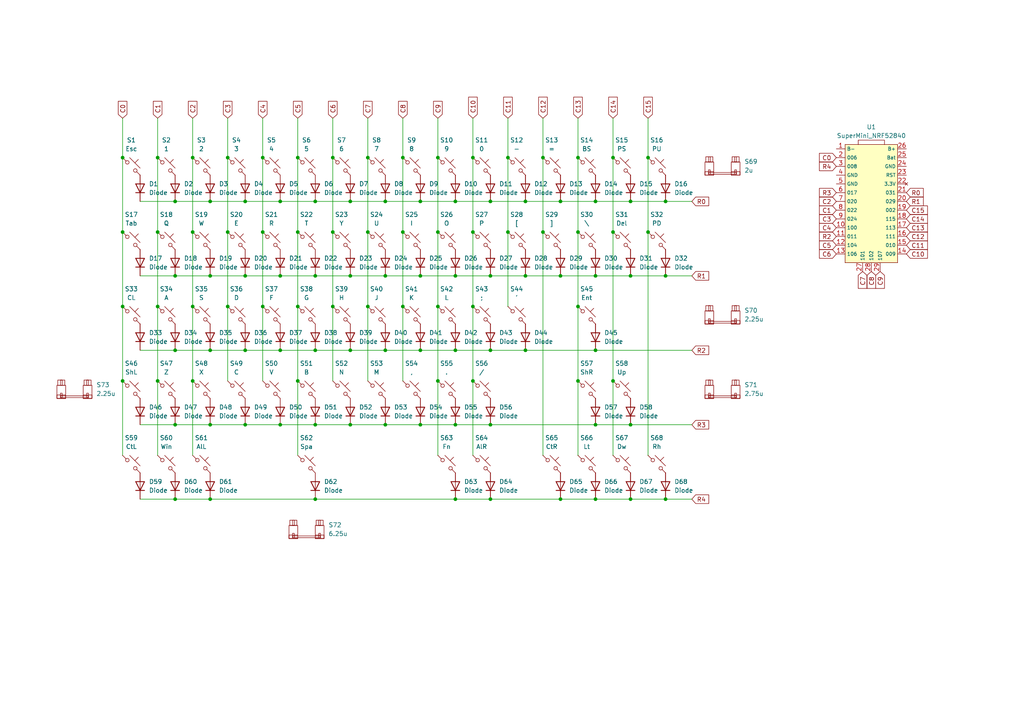
<source format=kicad_sch>
(kicad_sch (version 20230121) (generator eeschema)
  (paper "A4")
  (title_block (title "68PCB Keyboard") (date "Gen 2024") (rev "01") (company "By alan0ford"))
  (junction (at 193.04 58.42))
  (junction (at 152.4 80.01))
  (junction (at 193.04 80.01))
  (junction (at 162.56 144.78))
  (junction (at 45.72 110.49))
  (junction (at 172.72 144.78))
  (junction (at 60.96 80.01))
  (junction (at 182.88 58.42))
  (junction (at 71.12 80.01))
  (junction (at 137.16 67.31))
  (junction (at 137.16 110.49))
  (junction (at 96.52 45.72))
  (junction (at 50.8 101.6))
  (junction (at 116.84 88.9))
  (junction (at 60.96 101.6))
  (junction (at 45.72 88.9))
  (junction (at 101.6 58.42))
  (junction (at 106.68 45.72))
  (junction (at 167.64 110.49))
  (junction (at 91.44 58.42))
  (junction (at 91.44 80.01))
  (junction (at 35.56 88.9))
  (junction (at 142.24 144.78))
  (junction (at 132.08 80.01))
  (junction (at 71.12 101.6))
  (junction (at 121.92 58.42))
  (junction (at 96.52 88.9))
  (junction (at 86.36 88.9))
  (junction (at 142.24 58.42))
  (junction (at 86.36 110.49))
  (junction (at 71.12 123.19))
  (junction (at 50.8 144.78))
  (junction (at 132.08 123.19))
  (junction (at 50.8 58.42))
  (junction (at 81.28 123.19))
  (junction (at 172.72 101.6))
  (junction (at 76.2 45.72))
  (junction (at 142.24 123.19))
  (junction (at 101.6 101.6))
  (junction (at 35.56 67.31))
  (junction (at 111.76 101.6))
  (junction (at 55.88 67.31))
  (junction (at 147.32 67.31))
  (junction (at 172.72 80.01))
  (junction (at 81.28 80.01))
  (junction (at 162.56 80.01))
  (junction (at 177.8 110.49))
  (junction (at 106.68 88.9))
  (junction (at 127 45.72))
  (junction (at 167.64 45.72))
  (junction (at 45.72 67.31))
  (junction (at 152.4 58.42))
  (junction (at 172.72 58.42))
  (junction (at 162.56 58.42))
  (junction (at 66.04 88.9))
  (junction (at 111.76 58.42))
  (junction (at 132.08 58.42))
  (junction (at 55.88 110.49))
  (junction (at 60.96 123.19))
  (junction (at 167.64 88.9))
  (junction (at 106.68 67.31))
  (junction (at 137.16 45.72))
  (junction (at 66.04 45.72))
  (junction (at 127 67.31))
  (junction (at 137.16 88.9))
  (junction (at 76.2 67.31))
  (junction (at 86.36 45.72))
  (junction (at 111.76 123.19))
  (junction (at 132.08 101.6))
  (junction (at 50.8 80.01))
  (junction (at 55.88 45.72))
  (junction (at 167.64 67.31))
  (junction (at 116.84 45.72))
  (junction (at 157.48 45.72))
  (junction (at 142.24 101.6))
  (junction (at 121.92 101.6))
  (junction (at 35.56 45.72))
  (junction (at 187.96 45.72))
  (junction (at 111.76 80.01))
  (junction (at 66.04 67.31))
  (junction (at 91.44 144.78))
  (junction (at 182.88 80.01))
  (junction (at 182.88 123.19))
  (junction (at 81.28 101.6))
  (junction (at 132.08 144.78))
  (junction (at 182.88 144.78))
  (junction (at 86.36 67.31))
  (junction (at 81.28 58.42))
  (junction (at 101.6 80.01))
  (junction (at 177.8 67.31))
  (junction (at 177.8 45.72))
  (junction (at 91.44 101.6))
  (junction (at 76.2 88.9))
  (junction (at 101.6 123.19))
  (junction (at 157.48 67.31))
  (junction (at 116.84 67.31))
  (junction (at 127 88.9))
  (junction (at 172.72 123.19))
  (junction (at 187.96 67.31))
  (junction (at 147.32 45.72))
  (junction (at 121.92 123.19))
  (junction (at 91.44 123.19))
  (junction (at 127 110.49))
  (junction (at 152.4 101.6))
  (junction (at 35.56 110.49))
  (junction (at 121.92 80.01))
  (junction (at 60.96 144.78))
  (junction (at 55.88 88.9))
  (junction (at 193.04 144.78))
  (junction (at 50.8 123.19))
  (junction (at 142.24 80.01))
  (junction (at 71.12 58.42))
  (junction (at 45.72 45.72))
  (junction (at 96.52 67.31))
  (junction (at 60.96 58.42))
  (wire (pts (xy 50.8 58.42) (xy 60.96 58.42)))
  (wire (pts (xy 157.48 67.31) (xy 157.48 132.08)))
  (wire (pts (xy 45.72 88.9) (xy 45.72 110.49)))
  (wire (pts (xy 121.92 101.6) (xy 132.08 101.6)))
  (wire (pts (xy 91.44 123.19) (xy 101.6 123.19)))
  (wire (pts (xy 35.56 34.29) (xy 35.56 45.72)))
  (wire (pts (xy 193.04 80.01) (xy 200.66 80.01)))
  (wire (pts (xy 50.8 144.78) (xy 60.96 144.78)))
  (wire (pts (xy 96.52 45.72) (xy 96.52 67.31)))
  (wire (pts (xy 147.32 45.72) (xy 147.32 67.31)))
  (wire (pts (xy 76.2 88.9) (xy 76.2 110.49)))
  (wire (pts (xy 111.76 80.01) (xy 121.92 80.01)))
  (wire (pts (xy 127 67.31) (xy 127 88.9)))
  (wire (pts (xy 116.84 34.29) (xy 116.84 45.72)))
  (wire (pts (xy 121.92 80.01) (xy 132.08 80.01)))
  (wire (pts (xy 40.64 144.78) (xy 50.8 144.78)))
  (wire (pts (xy 81.28 101.6) (xy 91.44 101.6)))
  (wire (pts (xy 96.52 88.9) (xy 96.52 110.49)))
  (wire (pts (xy 142.24 144.78) (xy 162.56 144.78)))
  (wire (pts (xy 40.64 101.6) (xy 50.8 101.6)))
  (wire (pts (xy 55.88 88.9) (xy 55.88 67.31)))
  (wire (pts (xy 127 34.29) (xy 127 45.72)))
  (wire (pts (xy 106.68 67.31) (xy 106.68 88.9)))
  (wire (pts (xy 40.64 80.01) (xy 50.8 80.01)))
  (wire (pts (xy 40.64 123.19) (xy 50.8 123.19)))
  (wire (pts (xy 60.96 101.6) (xy 71.12 101.6)))
  (wire (pts (xy 96.52 34.29) (xy 96.52 45.72)))
  (wire (pts (xy 81.28 80.01) (xy 91.44 80.01)))
  (wire (pts (xy 182.88 80.01) (xy 193.04 80.01)))
  (wire (pts (xy 147.32 34.29) (xy 147.32 45.72)))
  (wire (pts (xy 66.04 67.31) (xy 66.04 88.9)))
  (wire (pts (xy 187.96 34.29) (xy 187.96 45.72)))
  (wire (pts (xy 66.04 34.29) (xy 66.04 45.72)))
  (wire (pts (xy 177.8 45.72) (xy 177.8 34.29)))
  (wire (pts (xy 86.36 34.29) (xy 86.36 45.72)))
  (wire (pts (xy 86.36 88.9) (xy 86.36 110.49)))
  (wire (pts (xy 177.8 67.31) (xy 177.8 45.72)))
  (wire (pts (xy 55.88 110.49) (xy 55.88 88.9)))
  (wire (pts (xy 116.84 67.31) (xy 116.84 88.9)))
  (wire (pts (xy 101.6 123.19) (xy 111.76 123.19)))
  (wire (pts (xy 132.08 58.42) (xy 142.24 58.42)))
  (wire (pts (xy 137.16 67.31) (xy 137.16 88.9)))
  (wire (pts (xy 137.16 88.9) (xy 137.16 110.49)))
  (wire (pts (xy 167.64 45.72) (xy 167.64 67.31)))
  (wire (pts (xy 152.4 80.01) (xy 162.56 80.01)))
  (wire (pts (xy 55.88 132.08) (xy 55.88 110.49)))
  (wire (pts (xy 157.48 34.29) (xy 157.48 45.72)))
  (wire (pts (xy 177.8 132.08) (xy 177.8 110.49)))
  (wire (pts (xy 35.56 67.31) (xy 35.56 88.9)))
  (wire (pts (xy 167.64 110.49) (xy 167.64 132.08)))
  (wire (pts (xy 76.2 34.29) (xy 76.2 45.72)))
  (wire (pts (xy 111.76 123.19) (xy 121.92 123.19)))
  (wire (pts (xy 91.44 144.78) (xy 132.08 144.78)))
  (wire (pts (xy 142.24 123.19) (xy 172.72 123.19)))
  (wire (pts (xy 106.68 88.9) (xy 106.68 110.49)))
  (wire (pts (xy 172.72 101.6) (xy 200.66 101.6)))
  (wire (pts (xy 50.8 123.19) (xy 60.96 123.19)))
  (wire (pts (xy 111.76 58.42) (xy 121.92 58.42)))
  (wire (pts (xy 162.56 58.42) (xy 172.72 58.42)))
  (wire (pts (xy 162.56 80.01) (xy 172.72 80.01)))
  (wire (pts (xy 45.72 110.49) (xy 45.72 132.08)))
  (wire (pts (xy 132.08 123.19) (xy 142.24 123.19)))
  (wire (pts (xy 45.72 67.31) (xy 45.72 88.9)))
  (wire (pts (xy 35.56 110.49) (xy 35.56 132.08)))
  (wire (pts (xy 55.88 67.31) (xy 55.88 45.72)))
  (wire (pts (xy 86.36 45.72) (xy 86.36 67.31)))
  (wire (pts (xy 71.12 80.01) (xy 81.28 80.01)))
  (wire (pts (xy 101.6 101.6) (xy 111.76 101.6)))
  (wire (pts (xy 60.96 58.42) (xy 71.12 58.42)))
  (wire (pts (xy 127 110.49) (xy 127 132.08)))
  (wire (pts (xy 193.04 58.42) (xy 200.66 58.42)))
  (wire (pts (xy 81.28 58.42) (xy 91.44 58.42)))
  (wire (pts (xy 35.56 45.72) (xy 35.56 67.31)))
  (wire (pts (xy 81.28 123.19) (xy 91.44 123.19)))
  (wire (pts (xy 182.88 58.42) (xy 193.04 58.42)))
  (wire (pts (xy 91.44 58.42) (xy 101.6 58.42)))
  (wire (pts (xy 116.84 88.9) (xy 116.84 110.49)))
  (wire (pts (xy 177.8 110.49) (xy 177.8 67.31)))
  (wire (pts (xy 182.88 144.78) (xy 193.04 144.78)))
  (wire (pts (xy 55.88 45.72) (xy 55.88 34.29)))
  (wire (pts (xy 172.72 58.42) (xy 182.88 58.42)))
  (wire (pts (xy 127 88.9) (xy 127 110.49)))
  (wire (pts (xy 152.4 58.42) (xy 162.56 58.42)))
  (wire (pts (xy 35.56 88.9) (xy 35.56 110.49)))
  (wire (pts (xy 101.6 58.42) (xy 111.76 58.42)))
  (wire (pts (xy 193.04 144.78) (xy 200.66 144.78)))
  (wire (pts (xy 91.44 101.6) (xy 101.6 101.6)))
  (wire (pts (xy 50.8 80.01) (xy 60.96 80.01)))
  (wire (pts (xy 137.16 110.49) (xy 137.16 132.08)))
  (wire (pts (xy 60.96 144.78) (xy 91.44 144.78)))
  (wire (pts (xy 116.84 45.72) (xy 116.84 67.31)))
  (wire (pts (xy 50.8 101.6) (xy 60.96 101.6)))
  (wire (pts (xy 167.64 67.31) (xy 167.64 88.9)))
  (wire (pts (xy 45.72 45.72) (xy 45.72 67.31)))
  (wire (pts (xy 96.52 67.31) (xy 96.52 88.9)))
  (wire (pts (xy 152.4 101.6) (xy 172.72 101.6)))
  (wire (pts (xy 132.08 80.01) (xy 142.24 80.01)))
  (wire (pts (xy 187.96 45.72) (xy 187.96 67.31)))
  (wire (pts (xy 91.44 80.01) (xy 101.6 80.01)))
  (wire (pts (xy 167.64 34.29) (xy 167.64 45.72)))
  (wire (pts (xy 66.04 45.72) (xy 66.04 67.31)))
  (wire (pts (xy 45.72 34.29) (xy 45.72 45.72)))
  (wire (pts (xy 142.24 58.42) (xy 152.4 58.42)))
  (wire (pts (xy 40.64 58.42) (xy 50.8 58.42)))
  (wire (pts (xy 172.72 80.01) (xy 182.88 80.01)))
  (wire (pts (xy 60.96 123.19) (xy 71.12 123.19)))
  (wire (pts (xy 111.76 101.6) (xy 121.92 101.6)))
  (wire (pts (xy 142.24 101.6) (xy 152.4 101.6)))
  (wire (pts (xy 167.64 88.9) (xy 167.64 110.49)))
  (wire (pts (xy 86.36 110.49) (xy 86.36 132.08)))
  (wire (pts (xy 71.12 101.6) (xy 81.28 101.6)))
  (wire (pts (xy 121.92 58.42) (xy 132.08 58.42)))
  (wire (pts (xy 132.08 101.6) (xy 142.24 101.6)))
  (wire (pts (xy 137.16 34.29) (xy 137.16 45.72)))
  (wire (pts (xy 182.88 123.19) (xy 200.66 123.19)))
  (wire (pts (xy 132.08 144.78) (xy 142.24 144.78)))
  (wire (pts (xy 162.56 144.78) (xy 172.72 144.78)))
  (wire (pts (xy 106.68 45.72) (xy 106.68 67.31)))
  (wire (pts (xy 60.96 80.01) (xy 71.12 80.01)))
  (wire (pts (xy 76.2 45.72) (xy 76.2 67.31)))
  (wire (pts (xy 86.36 67.31) (xy 86.36 88.9)))
  (wire (pts (xy 76.2 67.31) (xy 76.2 88.9)))
  (wire (pts (xy 142.24 80.01) (xy 152.4 80.01)))
  (wire (pts (xy 172.72 144.78) (xy 182.88 144.78)))
  (wire (pts (xy 106.68 34.29) (xy 106.68 45.72)))
  (wire (pts (xy 71.12 123.19) (xy 81.28 123.19)))
  (wire (pts (xy 157.48 45.72) (xy 157.48 67.31)))
  (wire (pts (xy 121.92 123.19) (xy 132.08 123.19)))
  (wire (pts (xy 187.96 67.31) (xy 187.96 132.08)))
  (wire (pts (xy 71.12 58.42) (xy 81.28 58.42)))
  (wire (pts (xy 101.6 80.01) (xy 111.76 80.01)))
  (wire (pts (xy 147.32 67.31) (xy 147.32 88.9)))
  (wire (pts (xy 127 45.72) (xy 127 67.31)))
  (wire (pts (xy 66.04 88.9) (xy 66.04 110.49)))
  (wire (pts (xy 137.16 45.72) (xy 137.16 67.31)))
  (wire (pts (xy 172.72 123.19) (xy 182.88 123.19)))
  (global_label "C9" (shape input) (at 127 34.29 90) (property "Intersheetrefs" "${INTERSHEET_REFS}" (effects hide)))
  (global_label "R2" (shape input) (at 200.66 101.6 0) (property "Intersheetrefs" "${INTERSHEET_REFS}" (effects hide)))
  (global_label "C4" (shape input) (at 242.57 66.04 180) (property "Intersheetrefs" "${INTERSHEET_REFS}" (effects hide)))
  (global_label "C5" (shape input) (at 86.36 34.29 90) (property "Intersheetrefs" "${INTERSHEET_REFS}" (effects hide)))
  (global_label "C11" (shape input) (at 147.32 34.29 90) (property "Intersheetrefs" "${INTERSHEET_REFS}" (effects hide)))
  (global_label "R1" (shape input) (at 200.66 80.01 0) (property "Intersheetrefs" "${INTERSHEET_REFS}" (effects hide)))
  (global_label "C10" (shape input) (at 137.16 34.29 90) (property "Intersheetrefs" "${INTERSHEET_REFS}" (effects hide)))
  (global_label "C9" (shape input) (at 255.27 78.74 270) (property "Intersheetrefs" "${INTERSHEET_REFS}" (effects hide)))
  (global_label "R0" (shape input) (at 262.89 55.88 0) (property "Intersheetrefs" "${INTERSHEET_REFS}" (effects hide)))
  (global_label "C8" (shape input) (at 116.84 34.29 90) (property "Intersheetrefs" "${INTERSHEET_REFS}" (effects hide)))
  (global_label "C0" (shape input) (at 242.57 45.72 180) (property "Intersheetrefs" "${INTERSHEET_REFS}" (effects hide)))
  (global_label "R4" (shape input) (at 200.66 144.78 0) (property "Intersheetrefs" "${INTERSHEET_REFS}" (effects hide)))
  (global_label "C2" (shape input) (at 242.57 58.42 180) (property "Intersheetrefs" "${INTERSHEET_REFS}" (effects hide)))
  (global_label "R2" (shape input) (at 242.57 68.58 180) (property "Intersheetrefs" "${INTERSHEET_REFS}" (effects hide)))
  (global_label "C6" (shape input) (at 242.57 73.66 180) (property "Intersheetrefs" "${INTERSHEET_REFS}" (effects hide)))
  (global_label "R4" (shape input) (at 242.57 48.26 180) (property "Intersheetrefs" "${INTERSHEET_REFS}" (effects hide)))
  (global_label "C1" (shape input) (at 45.72 34.29 90) (property "Intersheetrefs" "${INTERSHEET_REFS}" (effects hide)))
  (global_label "C0" (shape input) (at 35.56 34.29 90) (property "Intersheetrefs" "${INTERSHEET_REFS}" (effects hide)))
  (global_label "C4" (shape input) (at 76.2 34.29 90) (property "Intersheetrefs" "${INTERSHEET_REFS}" (effects hide)))
  (global_label "C5" (shape input) (at 242.57 71.12 180) (property "Intersheetrefs" "${INTERSHEET_REFS}" (effects hide)))
  (global_label "C6" (shape input) (at 96.52 34.29 90) (property "Intersheetrefs" "${INTERSHEET_REFS}" (effects hide)))
  (global_label "C3" (shape input) (at 242.57 63.5 180) (property "Intersheetrefs" "${INTERSHEET_REFS}" (effects hide)))
  (global_label "R0" (shape input) (at 200.66 58.42 0) (property "Intersheetrefs" "${INTERSHEET_REFS}" (effects hide)))
  (global_label "C2" (shape input) (at 55.88 34.29 90) (property "Intersheetrefs" "${INTERSHEET_REFS}" (effects hide)))
  (global_label "C15" (shape input) (at 262.89 60.96 0) (property "Intersheetrefs" "${INTERSHEET_REFS}" (effects hide)))
  (global_label "R3" (shape input) (at 200.66 123.19 0) (property "Intersheetrefs" "${INTERSHEET_REFS}" (effects hide)))
  (global_label "C12" (shape input) (at 157.48 34.29 90) (property "Intersheetrefs" "${INTERSHEET_REFS}" (effects hide)))
  (global_label "C14" (shape input) (at 262.89 63.5 0) (property "Intersheetrefs" "${INTERSHEET_REFS}" (effects hide)))
  (global_label "R3" (shape input) (at 242.57 55.88 180) (property "Intersheetrefs" "${INTERSHEET_REFS}" (effects hide)))
  (global_label "C8" (shape input) (at 252.73 78.74 270) (property "Intersheetrefs" "${INTERSHEET_REFS}" (effects hide)))
  (global_label "R1" (shape input) (at 262.89 58.42 0) (property "Intersheetrefs" "${INTERSHEET_REFS}" (effects hide)))
  (global_label "C7" (shape input) (at 106.68 34.29 90) (property "Intersheetrefs" "${INTERSHEET_REFS}" (effects hide)))
  (global_label "C13" (shape input) (at 262.89 66.04 0) (property "Intersheetrefs" "${INTERSHEET_REFS}" (effects hide)))
  (global_label "C11" (shape input) (at 262.89 71.12 0) (property "Intersheetrefs" "${INTERSHEET_REFS}" (effects hide)))
  (global_label "C10" (shape input) (at 262.89 73.66 0) (property "Intersheetrefs" "${INTERSHEET_REFS}" (effects hide)))
  (global_label "C12" (shape input) (at 262.89 68.58 0) (property "Intersheetrefs" "${INTERSHEET_REFS}" (effects hide)))
  (global_label "C7" (shape input) (at 250.19 78.74 270) (property "Intersheetrefs" "${INTERSHEET_REFS}" (effects hide)))
  (global_label "C14" (shape input) (at 177.8 34.29 90) (property "Intersheetrefs" "${INTERSHEET_REFS}" (effects hide)))
  (global_label "C15" (shape input) (at 187.96 34.29 90) (property "Intersheetrefs" "${INTERSHEET_REFS}" (effects hide)))
  (global_label "C13" (shape input) (at 167.64 34.29 90) (property "Intersheetrefs" "${INTERSHEET_REFS}" (effects hide)))
  (global_label "C3" (shape input) (at 66.04 34.29 90) (property "Intersheetrefs" "${INTERSHEET_REFS}" (effects hide)))
  (global_label "C1" (shape input) (at 242.57 60.96 180) (property "Intersheetrefs" "${INTERSHEET_REFS}" (effects hide)))
  (symbol (lib_id "ScottoKeebs:Placeholder_Keyswitch") (at 88.9 113.03 0) (unit 1)
    (property "Reference" "S51" (at 88.9 105.41 0))
    (property "Value" "B" (at 88.9 107.95 0))
    (property "Footprint" "ScottoKeebs_MX:MX_PCB_1.00u" (effects hide))
  )
  (symbol (lib_id "ScottoKeebs:Placeholder_Diode") (at 60.96 97.79 90) (unit 1)
    (property "Reference" "D35" (at 63.5 96.52 90) (effects (justify right)))
    (property "Value" "Diode" (at 63.5 99.06 90) (effects (justify right)))
    (property "Footprint" "ScottoKeebs_Components:Diode_DO-35" (effects hide))
    (property "Sim.Device" "D" (effects hide))
    (property "Sim.Pins" "1=K 2=A" (effects hide))
  )
  (symbol (lib_id "ScottoKeebs:Placeholder_Diode") (at 111.76 54.61 90) (unit 1)
    (property "Reference" "D8" (at 114.3 53.34 90) (effects (justify right)))
    (property "Value" "Diode" (at 114.3 55.88 90) (effects (justify right)))
    (property "Footprint" "ScottoKeebs_Components:Diode_DO-35" (effects hide))
    (property "Sim.Device" "D" (effects hide))
    (property "Sim.Pins" "1=K 2=A" (effects hide))
  )
  (symbol (lib_id "ScottoKeebs:Placeholder_Keyswitch") (at 48.26 134.62 0) (unit 1)
    (property "Reference" "S60" (at 48.26 127 0))
    (property "Value" "Win" (at 48.26 129.54 0))
    (property "Footprint" "ScottoKeebs_MX:MX_PCB_1.25u" (effects hide))
  )
  (symbol (lib_id "ScottoKeebs:Placeholder_Keyswitch") (at 149.86 48.26 0) (unit 1)
    (property "Reference" "S12" (at 149.86 40.64 0))
    (property "Value" "-" (at 149.86 43.18 0))
    (property "Footprint" "ScottoKeebs_MX:MX_PCB_1.00u" (effects hide))
  )
  (symbol (lib_id "ScottoKeebs:Placeholder_Diode") (at 162.56 76.2 90) (unit 1)
    (property "Reference" "D29" (at 165.1 74.93 90) (effects (justify right)))
    (property "Value" "Diode" (at 165.1 77.47 90) (effects (justify right)))
    (property "Footprint" "ScottoKeebs_Components:Diode_DO-35" (effects hide))
    (property "Sim.Device" "D" (effects hide))
    (property "Sim.Pins" "1=K 2=A" (effects hide))
  )
  (symbol (lib_id "ScottoKeebs:Placeholder_Keyswitch") (at 48.26 69.85 0) (unit 1)
    (property "Reference" "S18" (at 48.26 62.23 0))
    (property "Value" "Q" (at 48.26 64.77 0))
    (property "Footprint" "ScottoKeebs_MX:MX_PCB_1.00u" (effects hide))
  )
  (symbol (lib_id "ScottoKeebs:Placeholder_Diode") (at 71.12 54.61 90) (unit 1)
    (property "Reference" "D4" (at 73.66 53.34 90) (effects (justify right)))
    (property "Value" "Diode" (at 73.66 55.88 90) (effects (justify right)))
    (property "Footprint" "ScottoKeebs_Components:Diode_DO-35" (effects hide))
    (property "Sim.Device" "D" (effects hide))
    (property "Sim.Pins" "1=K 2=A" (effects hide))
  )
  (symbol (lib_id "ScottoKeebs:Placeholder_Keyswitch") (at 99.06 48.26 0) (unit 1)
    (property "Reference" "S7" (at 99.06 40.64 0))
    (property "Value" "6" (at 99.06 43.18 0))
    (property "Footprint" "ScottoKeebs_MX:MX_PCB_1.00u" (effects hide))
  )
  (symbol (lib_id "ScottoKeebs:Placeholder_Diode") (at 60.96 54.61 90) (unit 1)
    (property "Reference" "D3" (at 63.5 53.34 90) (effects (justify right)))
    (property "Value" "Diode" (at 63.5 55.88 90) (effects (justify right)))
    (property "Footprint" "ScottoKeebs_Components:Diode_DO-35" (effects hide))
    (property "Sim.Device" "D" (effects hide))
    (property "Sim.Pins" "1=K 2=A" (effects hide))
  )
  (symbol (lib_id "ScottoKeebs:Placeholder_Keyswitch") (at 99.06 69.85 0) (unit 1)
    (property "Reference" "S23" (at 99.06 62.23 0))
    (property "Value" "Y" (at 99.06 64.77 0))
    (property "Footprint" "ScottoKeebs_MX:MX_PCB_1.00u" (effects hide))
  )
  (symbol (lib_id "ScottoKeebs:Placeholder_Keyswitch") (at 129.54 69.85 0) (unit 1)
    (property "Reference" "S26" (at 129.54 62.23 0))
    (property "Value" "O" (at 129.54 64.77 0))
    (property "Footprint" "ScottoKeebs_MX:MX_PCB_1.00u" (effects hide))
  )
  (symbol (lib_id "ScottoKeebs:Placeholder_Diode") (at 71.12 119.38 90) (unit 1)
    (property "Reference" "D49" (at 73.66 118.11 90) (effects (justify right)))
    (property "Value" "Diode" (at 73.66 120.65 90) (effects (justify right)))
    (property "Footprint" "ScottoKeebs_Components:Diode_DO-35" (effects hide))
    (property "Sim.Device" "D" (effects hide))
    (property "Sim.Pins" "1=K 2=A" (effects hide))
  )
  (symbol (lib_id "ScottoKeebs:Placeholder_Diode") (at 132.08 140.97 90) (unit 1)
    (property "Reference" "D63" (at 134.62 139.7 90) (effects (justify right)))
    (property "Value" "Diode" (at 134.62 142.24 90) (effects (justify right)))
    (property "Footprint" "ScottoKeebs_Components:Diode_DO-35" (effects hide))
    (property "Sim.Device" "D" (effects hide))
    (property "Sim.Pins" "1=K 2=A" (effects hide))
  )
  (symbol (lib_id "ScottoKeebs:Placeholder_Keyswitch") (at 58.42 48.26 0) (unit 1)
    (property "Reference" "S3" (at 58.42 40.64 0))
    (property "Value" "2" (at 58.42 43.18 0))
    (property "Footprint" "ScottoKeebs_MX:MX_PCB_1.00u" (effects hide))
  )
  (symbol (lib_id "ScottoKeebs:Placeholder_Diode") (at 182.88 119.38 90) (unit 1)
    (property "Reference" "D58" (at 185.42 118.11 90) (effects (justify right)))
    (property "Value" "Diode" (at 185.42 120.65 90) (effects (justify right)))
    (property "Footprint" "ScottoKeebs_Components:Diode_DO-35" (effects hide))
    (property "Sim.Device" "D" (effects hide))
    (property "Sim.Pins" "1=K 2=A" (effects hide))
  )
  (symbol (lib_id "ScottoKeebs:Placeholder_Keyswitch") (at 88.9 134.62 0) (unit 1)
    (property "Reference" "S62" (at 88.9 127 0))
    (property "Value" "Spa" (at 88.9 129.54 0))
    (property "Footprint" "ScottoKeebs_MX:MX_PCB_6.25u" (effects hide))
  )
  (symbol (lib_id "ScottoKeebs:Placeholder_Diode") (at 60.96 140.97 90) (unit 1)
    (property "Reference" "D61" (at 63.5 139.7 90) (effects (justify right)))
    (property "Value" "Diode" (at 63.5 142.24 90) (effects (justify right)))
    (property "Footprint" "ScottoKeebs_Components:Diode_DO-35" (effects hide))
    (property "Sim.Device" "D" (effects hide))
    (property "Sim.Pins" "1=K 2=A" (effects hide))
  )
  (symbol (lib_id "ScottoKeebs:Placeholder_Keyswitch") (at 180.34 69.85 0) (unit 1)
    (property "Reference" "S31" (at 180.34 62.23 0))
    (property "Value" "Del" (at 180.34 64.77 0))
    (property "Footprint" "ScottoKeebs_MX:MX_PCB_1.00u" (effects hide))
  )
  (symbol (lib_id "ScottoKeebs:Placeholder_Diode") (at 162.56 54.61 90) (unit 1)
    (property "Reference" "D13" (at 165.1 53.34 90) (effects (justify right)))
    (property "Value" "Diode" (at 165.1 55.88 90) (effects (justify right)))
    (property "Footprint" "ScottoKeebs_Components:Diode_DO-35" (effects hide))
    (property "Sim.Device" "D" (effects hide))
    (property "Sim.Pins" "1=K 2=A" (effects hide))
  )
  (symbol (lib_id "ScottoKeebs:Placeholder_Keyswitch") (at 149.86 69.85 0) (unit 1)
    (property "Reference" "S28" (at 149.86 62.23 0))
    (property "Value" "[" (at 149.86 64.77 0))
    (property "Footprint" "ScottoKeebs_MX:MX_PCB_1.00u" (effects hide))
  )
  (symbol (lib_id "ScottoKeebs:Placeholder_Keyswitch") (at 48.26 91.44 0) (unit 1)
    (property "Reference" "S34" (at 48.26 83.82 0))
    (property "Value" "A" (at 48.26 86.36 0))
    (property "Footprint" "ScottoKeebs_MX:MX_PCB_1.00u" (effects hide))
  )
  (symbol (lib_id "ScottoKeebs:Placeholder_Keyswitch") (at 99.06 91.44 0) (unit 1)
    (property "Reference" "S39" (at 99.06 83.82 0))
    (property "Value" "H" (at 99.06 86.36 0))
    (property "Footprint" "ScottoKeebs_MX:MX_PCB_1.00u" (effects hide))
  )
  (symbol (lib_id "MCU_Nordic:SuperMini_NRF52840") (at 252.73 48.26 0) (unit 1)
    (property "Reference" "U1" (at 252.73 36.83 0))
    (property "Value" "SuperMini_NRF52840" (at 252.73 39.37 0))
    (property "Footprint" "Personale:SuperMini NRF52840" (effects hide))
  )
  (symbol (lib_id "ScottoKeebs:Placeholder_Keyswitch") (at 58.42 69.85 0) (unit 1)
    (property "Reference" "S19" (at 58.42 62.23 0))
    (property "Value" "W" (at 58.42 64.77 0))
    (property "Footprint" "ScottoKeebs_MX:MX_PCB_1.00u" (effects hide))
  )
  (symbol (lib_id "ScottoKeebs:Placeholder_Keyswitch") (at 48.26 48.26 0) (unit 1)
    (property "Reference" "S2" (at 48.26 40.64 0))
    (property "Value" "1" (at 48.26 43.18 0))
    (property "Footprint" "ScottoKeebs_MX:MX_PCB_1.00u" (effects hide))
  )
  (symbol (lib_id "ScottoKeebs:Placeholder_Keyswitch") (at 180.34 48.26 0) (unit 1)
    (property "Reference" "S15" (at 180.34 40.64 0))
    (property "Value" "PS" (at 180.34 43.18 0))
    (property "Footprint" "ScottoKeebs_MX:MX_PCB_1.00u" (effects hide))
  )
  (symbol (lib_id "ScottoKeebs:Placeholder_Diode") (at 111.76 119.38 90) (unit 1)
    (property "Reference" "D53" (at 114.3 118.11 90) (effects (justify right)))
    (property "Value" "Diode" (at 114.3 120.65 90) (effects (justify right)))
    (property "Footprint" "ScottoKeebs_Components:Diode_DO-35" (effects hide))
    (property "Sim.Device" "D" (effects hide))
    (property "Sim.Pins" "1=K 2=A" (effects hide))
  )
  (symbol (lib_id "ScottoKeebs:Placeholder_Keyswitch") (at 58.42 134.62 0) (unit 1)
    (property "Reference" "S61" (at 58.42 127 0))
    (property "Value" "AlL" (at 58.42 129.54 0))
    (property "Footprint" "ScottoKeebs_MX:MX_PCB_1.25u" (effects hide))
  )
  (symbol (lib_id "ScottoKeebs:Placeholder_Keyswitch") (at 170.18 69.85 0) (unit 1)
    (property "Reference" "S30" (at 170.18 62.23 0))
    (property "Value" "\\" (at 170.18 64.77 0))
    (property "Footprint" "ScottoKeebs_MX:MX_PCB_1.50u" (effects hide))
  )
  (symbol (lib_id "ScottoKeebs:Placeholder_Diode") (at 152.4 97.79 90) (unit 1)
    (property "Reference" "D44" (at 154.94 96.52 90) (effects (justify right)))
    (property "Value" "Diode" (at 154.94 99.06 90) (effects (justify right)))
    (property "Footprint" "ScottoKeebs_Components:Diode_DO-35" (effects hide))
    (property "Sim.Device" "D" (effects hide))
    (property "Sim.Pins" "1=K 2=A" (effects hide))
  )
  (symbol (lib_id "ScottoKeebs:Placeholder_Diode") (at 111.76 97.79 90) (unit 1)
    (property "Reference" "D40" (at 114.3 96.52 90) (effects (justify right)))
    (property "Value" "Diode" (at 114.3 99.06 90) (effects (justify right)))
    (property "Footprint" "ScottoKeebs_Components:Diode_DO-35" (effects hide))
    (property "Sim.Device" "D" (effects hide))
    (property "Sim.Pins" "1=K 2=A" (effects hide))
  )
  (symbol (lib_id "ScottoKeebs:Placeholder_Keyswitch") (at 109.22 113.03 0) (unit 1)
    (property "Reference" "S53" (at 109.22 105.41 0))
    (property "Value" "M" (at 109.22 107.95 0))
    (property "Footprint" "ScottoKeebs_MX:MX_PCB_1.00u" (effects hide))
  )
  (symbol (lib_id "ScottoKeebs:Placeholder_Diode") (at 111.76 76.2 90) (unit 1)
    (property "Reference" "D24" (at 114.3 74.93 90) (effects (justify right)))
    (property "Value" "Diode" (at 114.3 77.47 90) (effects (justify right)))
    (property "Footprint" "ScottoKeebs_Components:Diode_DO-35" (effects hide))
    (property "Sim.Device" "D" (effects hide))
    (property "Sim.Pins" "1=K 2=A" (effects hide))
  )
  (symbol (lib_id "ScottoKeebs:Placeholder_Keyswitch") (at 68.58 48.26 0) (unit 1)
    (property "Reference" "S4" (at 68.58 40.64 0))
    (property "Value" "3" (at 68.58 43.18 0))
    (property "Footprint" "ScottoKeebs_MX:MX_PCB_1.00u" (effects hide))
  )
  (symbol (lib_id "ScottoKeebs:Placeholder_Diode") (at 142.24 119.38 90) (unit 1)
    (property "Reference" "D56" (at 144.78 118.11 90) (effects (justify right)))
    (property "Value" "Diode" (at 144.78 120.65 90) (effects (justify right)))
    (property "Footprint" "ScottoKeebs_Components:Diode_DO-35" (effects hide))
    (property "Sim.Device" "D" (effects hide))
    (property "Sim.Pins" "1=K 2=A" (effects hide))
  )
  (symbol (lib_id "ScottoKeebs:Placeholder_Diode") (at 132.08 119.38 90) (unit 1)
    (property "Reference" "D55" (at 134.62 118.11 90) (effects (justify right)))
    (property "Value" "Diode" (at 134.62 120.65 90) (effects (justify right)))
    (property "Footprint" "ScottoKeebs_Components:Diode_DO-35" (effects hide))
    (property "Sim.Device" "D" (effects hide))
    (property "Sim.Pins" "1=K 2=A" (effects hide))
  )
  (symbol (lib_id "ScottoKeebs:Placeholder_Keyswitch") (at 190.5 69.85 0) (unit 1)
    (property "Reference" "S32" (at 190.5 62.23 0))
    (property "Value" "PD" (at 190.5 64.77 0))
    (property "Footprint" "ScottoKeebs_MX:MX_PCB_1.00u" (effects hide))
  )
  (symbol (lib_id "ScottoKeebs:Placeholder_Diode") (at 121.92 54.61 90) (unit 1)
    (property "Reference" "D9" (at 124.46 53.34 90) (effects (justify right)))
    (property "Value" "Diode" (at 124.46 55.88 90) (effects (justify right)))
    (property "Footprint" "ScottoKeebs_Components:Diode_DO-35" (effects hide))
    (property "Sim.Device" "D" (effects hide))
    (property "Sim.Pins" "1=K 2=A" (effects hide))
  )
  (symbol (lib_id "ScottoKeebs:Placeholder_Diode") (at 182.88 76.2 90) (unit 1)
    (property "Reference" "D31" (at 185.42 74.93 90) (effects (justify right)))
    (property "Value" "Diode" (at 185.42 77.47 90) (effects (justify right)))
    (property "Footprint" "ScottoKeebs_Components:Diode_DO-35" (effects hide))
    (property "Sim.Device" "D" (effects hide))
    (property "Sim.Pins" "1=K 2=A" (effects hide))
  )
  (symbol (lib_id "ScottoKeebs:Placeholder_Keyswitch") (at 88.9 69.85 0) (unit 1)
    (property "Reference" "S22" (at 88.9 62.23 0))
    (property "Value" "T" (at 88.9 64.77 0))
    (property "Footprint" "ScottoKeebs_MX:MX_PCB_1.00u" (effects hide))
  )
  (symbol (lib_id "ScottoKeebs:Placeholder_Diode") (at 50.8 76.2 90) (unit 1)
    (property "Reference" "D18" (at 53.34 74.93 90) (effects (justify right)))
    (property "Value" "Diode" (at 53.34 77.47 90) (effects (justify right)))
    (property "Footprint" "ScottoKeebs_Components:Diode_DO-35" (effects hide))
    (property "Sim.Device" "D" (effects hide))
    (property "Sim.Pins" "1=K 2=A" (effects hide))
  )
  (symbol (lib_id "ScottoKeebs:Placeholder_Keyswitch") (at 190.5 48.26 0) (unit 1)
    (property "Reference" "S16" (at 190.5 40.64 0))
    (property "Value" "PU" (at 190.5 43.18 0))
    (property "Footprint" "ScottoKeebs_MX:MX_PCB_1.00u" (effects hide))
  )
  (symbol (lib_id "ScottoKeebs:Placeholder_Diode") (at 60.96 119.38 90) (unit 1)
    (property "Reference" "D48" (at 63.5 118.11 90) (effects (justify right)))
    (property "Value" "Diode" (at 63.5 120.65 90) (effects (justify right)))
    (property "Footprint" "ScottoKeebs_Components:Diode_DO-35" (effects hide))
    (property "Sim.Device" "D" (effects hide))
    (property "Sim.Pins" "1=K 2=A" (effects hide))
  )
  (symbol (lib_id "ScottoKeebs:Placeholder_Keyswitch") (at 78.74 113.03 0) (unit 1)
    (property "Reference" "S50" (at 78.74 105.41 0))
    (property "Value" "V" (at 78.74 107.95 0))
    (property "Footprint" "ScottoKeebs_MX:MX_PCB_1.00u" (effects hide))
  )
  (symbol (lib_id "ScottoKeebs:Placeholder_Keyswitch") (at 139.7 113.03 0) (unit 1)
    (property "Reference" "S56" (at 139.7 105.41 0))
    (property "Value" "/" (at 139.7 107.95 0))
    (property "Footprint" "ScottoKeebs_MX:MX_PCB_1.00u" (effects hide))
  )
  (symbol (lib_id "ScottoKeebs:Placeholder_Diode") (at 142.24 76.2 90) (unit 1)
    (property "Reference" "D27" (at 144.78 74.93 90) (effects (justify right)))
    (property "Value" "Diode" (at 144.78 77.47 90) (effects (justify right)))
    (property "Footprint" "ScottoKeebs_Components:Diode_DO-35" (effects hide))
    (property "Sim.Device" "D" (effects hide))
    (property "Sim.Pins" "1=K 2=A" (effects hide))
  )
  (symbol (lib_id "PCM_marbastlib-mx:MX_stab") (at 209.55 113.03 0) (unit 1)
    (property "Reference" "S71" (at 215.9 111.633 0) (effects (justify left)))
    (property "Value" "2.75u" (at 215.9 114.173 0) (effects (justify left)))
    (property "Footprint" "PCM_marbastlib-mx:STAB_MX_2.75u" (effects hide))
  )
  (symbol (lib_id "ScottoKeebs:Placeholder_Keyswitch") (at 68.58 91.44 0) (unit 1)
    (property "Reference" "S36" (at 68.58 83.82 0))
    (property "Value" "D" (at 68.58 86.36 0))
    (property "Footprint" "ScottoKeebs_MX:MX_PCB_1.00u" (effects hide))
  )
  (symbol (lib_id "ScottoKeebs:Placeholder_Diode") (at 91.44 119.38 90) (unit 1)
    (property "Reference" "D51" (at 93.98 118.11 90) (effects (justify right)))
    (property "Value" "Diode" (at 93.98 120.65 90) (effects (justify right)))
    (property "Footprint" "ScottoKeebs_Components:Diode_DO-35" (effects hide))
    (property "Sim.Device" "D" (effects hide))
    (property "Sim.Pins" "1=K 2=A" (effects hide))
  )
  (symbol (lib_id "ScottoKeebs:Placeholder_Diode") (at 91.44 140.97 90) (unit 1)
    (property "Reference" "D62" (at 93.98 139.7 90) (effects (justify right)))
    (property "Value" "Diode" (at 93.98 142.24 90) (effects (justify right)))
    (property "Footprint" "ScottoKeebs_Components:Diode_DO-35" (effects hide))
    (property "Sim.Device" "D" (effects hide))
    (property "Sim.Pins" "1=K 2=A" (effects hide))
  )
  (symbol (lib_id "ScottoKeebs:Placeholder_Keyswitch") (at 139.7 69.85 0) (unit 1)
    (property "Reference" "S27" (at 139.7 62.23 0))
    (property "Value" "P" (at 139.7 64.77 0))
    (property "Footprint" "ScottoKeebs_MX:MX_PCB_1.00u" (effects hide))
  )
  (symbol (lib_id "ScottoKeebs:Placeholder_Diode") (at 101.6 97.79 90) (unit 1)
    (property "Reference" "D39" (at 104.14 96.52 90) (effects (justify right)))
    (property "Value" "Diode" (at 104.14 99.06 90) (effects (justify right)))
    (property "Footprint" "ScottoKeebs_Components:Diode_DO-35" (effects hide))
    (property "Sim.Device" "D" (effects hide))
    (property "Sim.Pins" "1=K 2=A" (effects hide))
  )
  (symbol (lib_id "ScottoKeebs:Placeholder_Diode") (at 81.28 54.61 90) (unit 1)
    (property "Reference" "D5" (at 83.82 53.34 90) (effects (justify right)))
    (property "Value" "Diode" (at 83.82 55.88 90) (effects (justify right)))
    (property "Footprint" "ScottoKeebs_Components:Diode_DO-35" (effects hide))
    (property "Sim.Device" "D" (effects hide))
    (property "Sim.Pins" "1=K 2=A" (effects hide))
  )
  (symbol (lib_id "ScottoKeebs:Placeholder_Diode") (at 91.44 54.61 90) (unit 1)
    (property "Reference" "D6" (at 93.98 53.34 90) (effects (justify right)))
    (property "Value" "Diode" (at 93.98 55.88 90) (effects (justify right)))
    (property "Footprint" "ScottoKeebs_Components:Diode_DO-35" (effects hide))
    (property "Sim.Device" "D" (effects hide))
    (property "Sim.Pins" "1=K 2=A" (effects hide))
  )
  (symbol (lib_id "ScottoKeebs:Placeholder_Keyswitch") (at 129.54 48.26 0) (unit 1)
    (property "Reference" "S10" (at 129.54 40.64 0))
    (property "Value" "9" (at 129.54 43.18 0))
    (property "Footprint" "ScottoKeebs_MX:MX_PCB_1.00u" (effects hide))
  )
  (symbol (lib_id "ScottoKeebs:Placeholder_Diode") (at 91.44 76.2 90) (unit 1)
    (property "Reference" "D22" (at 93.98 74.93 90) (effects (justify right)))
    (property "Value" "Diode" (at 93.98 77.47 90) (effects (justify right)))
    (property "Footprint" "ScottoKeebs_Components:Diode_DO-35" (effects hide))
    (property "Sim.Device" "D" (effects hide))
    (property "Sim.Pins" "1=K 2=A" (effects hide))
  )
  (symbol (lib_id "ScottoKeebs:Placeholder_Keyswitch") (at 38.1 113.03 0) (unit 1)
    (property "Reference" "S46" (at 38.1 105.41 0))
    (property "Value" "ShL" (at 38.1 107.95 0))
    (property "Footprint" "ScottoKeebs_MX:MX_PCB_2.25u" (effects hide))
  )
  (symbol (lib_id "ScottoKeebs:Placeholder_Diode") (at 40.64 140.97 90) (unit 1)
    (property "Reference" "D59" (at 43.18 139.7 90) (effects (justify right)))
    (property "Value" "Diode" (at 43.18 142.24 90) (effects (justify right)))
    (property "Footprint" "ScottoKeebs_Components:Diode_DO-35" (effects hide))
    (property "Sim.Device" "D" (effects hide))
    (property "Sim.Pins" "1=K 2=A" (effects hide))
  )
  (symbol (lib_id "ScottoKeebs:Placeholder_Diode") (at 182.88 140.97 90) (unit 1)
    (property "Reference" "D67" (at 185.42 139.7 90) (effects (justify right)))
    (property "Value" "Diode" (at 185.42 142.24 90) (effects (justify right)))
    (property "Footprint" "ScottoKeebs_Components:Diode_DO-35" (effects hide))
    (property "Sim.Device" "D" (effects hide))
    (property "Sim.Pins" "1=K 2=A" (effects hide))
  )
  (symbol (lib_id "ScottoKeebs:Placeholder_Keyswitch") (at 88.9 48.26 0) (unit 1)
    (property "Reference" "S6" (at 88.9 40.64 0))
    (property "Value" "5" (at 88.9 43.18 0))
    (property "Footprint" "ScottoKeebs_MX:MX_PCB_1.00u" (effects hide))
  )
  (symbol (lib_id "ScottoKeebs:Placeholder_Diode") (at 101.6 76.2 90) (unit 1)
    (property "Reference" "D23" (at 104.14 74.93 90) (effects (justify right)))
    (property "Value" "Diode" (at 104.14 77.47 90) (effects (justify right)))
    (property "Footprint" "ScottoKeebs_Components:Diode_DO-35" (effects hide))
    (property "Sim.Device" "D" (effects hide))
    (property "Sim.Pins" "1=K 2=A" (effects hide))
  )
  (symbol (lib_id "ScottoKeebs:Placeholder_Keyswitch") (at 78.74 69.85 0) (unit 1)
    (property "Reference" "S21" (at 78.74 62.23 0))
    (property "Value" "R" (at 78.74 64.77 0))
    (property "Footprint" "ScottoKeebs_MX:MX_PCB_1.00u" (effects hide))
  )
  (symbol (lib_id "ScottoKeebs:Placeholder_Keyswitch") (at 38.1 91.44 0) (unit 1)
    (property "Reference" "S33" (at 38.1 83.82 0))
    (property "Value" "CL" (at 38.1 86.36 0))
    (property "Footprint" "ScottoKeebs_MX:MX_PCB_1.75u" (effects hide))
  )
  (symbol (lib_id "ScottoKeebs:Placeholder_Keyswitch") (at 180.34 113.03 0) (unit 1)
    (property "Reference" "S58" (at 180.34 105.41 0))
    (property "Value" "Up" (at 180.34 107.95 0))
    (property "Footprint" "ScottoKeebs_MX:MX_PCB_1.00u" (effects hide))
  )
  (symbol (lib_id "ScottoKeebs:Placeholder_Diode") (at 121.92 119.38 90) (unit 1)
    (property "Reference" "D54" (at 124.46 118.11 90) (effects (justify right)))
    (property "Value" "Diode" (at 124.46 120.65 90) (effects (justify right)))
    (property "Footprint" "ScottoKeebs_Components:Diode_DO-35" (effects hide))
    (property "Sim.Device" "D" (effects hide))
    (property "Sim.Pins" "1=K 2=A" (effects hide))
  )
  (symbol (lib_id "ScottoKeebs:Placeholder_Diode") (at 60.96 76.2 90) (unit 1)
    (property "Reference" "D19" (at 63.5 74.93 90) (effects (justify right)))
    (property "Value" "Diode" (at 63.5 77.47 90) (effects (justify right)))
    (property "Footprint" "ScottoKeebs_Components:Diode_DO-35" (effects hide))
    (property "Sim.Device" "D" (effects hide))
    (property "Sim.Pins" "1=K 2=A" (effects hide))
  )
  (symbol (lib_id "ScottoKeebs:Placeholder_Diode") (at 40.64 76.2 90) (unit 1)
    (property "Reference" "D17" (at 43.18 74.93 90) (effects (justify right)))
    (property "Value" "Diode" (at 43.18 77.47 90) (effects (justify right)))
    (property "Footprint" "ScottoKeebs_Components:Diode_DO-35" (effects hide))
    (property "Sim.Device" "D" (effects hide))
    (property "Sim.Pins" "1=K 2=A" (effects hide))
  )
  (symbol (lib_id "ScottoKeebs:Placeholder_Diode") (at 182.88 54.61 90) (unit 1)
    (property "Reference" "D15" (at 185.42 53.34 90) (effects (justify right)))
    (property "Value" "Diode" (at 185.42 55.88 90) (effects (justify right)))
    (property "Footprint" "ScottoKeebs_Components:Diode_DO-35" (effects hide))
    (property "Sim.Device" "D" (effects hide))
    (property "Sim.Pins" "1=K 2=A" (effects hide))
  )
  (symbol (lib_id "ScottoKeebs:Placeholder_Keyswitch") (at 58.42 91.44 0) (unit 1)
    (property "Reference" "S35" (at 58.42 83.82 0))
    (property "Value" "S" (at 58.42 86.36 0))
    (property "Footprint" "ScottoKeebs_MX:MX_PCB_1.00u" (effects hide))
  )
  (symbol (lib_id "ScottoKeebs:Placeholder_Diode") (at 142.24 97.79 90) (unit 1)
    (property "Reference" "D43" (at 144.78 96.52 90) (effects (justify right)))
    (property "Value" "Diode" (at 144.78 99.06 90) (effects (justify right)))
    (property "Footprint" "ScottoKeebs_Components:Diode_DO-35" (effects hide))
    (property "Sim.Device" "D" (effects hide))
    (property "Sim.Pins" "1=K 2=A" (effects hide))
  )
  (symbol (lib_id "ScottoKeebs:Placeholder_Diode") (at 40.64 54.61 90) (unit 1)
    (property "Reference" "D1" (at 43.18 53.34 90) (effects (justify right)))
    (property "Value" "Diode" (at 43.18 55.88 90) (effects (justify right)))
    (property "Footprint" "ScottoKeebs_Components:Diode_DO-35" (effects hide))
    (property "Sim.Device" "D" (effects hide))
    (property "Sim.Pins" "1=K 2=A" (effects hide))
  )
  (symbol (lib_id "ScottoKeebs:Placeholder_Diode") (at 50.8 119.38 90) (unit 1)
    (property "Reference" "D47" (at 53.34 118.11 90) (effects (justify right)))
    (property "Value" "Diode" (at 53.34 120.65 90) (effects (justify right)))
    (property "Footprint" "ScottoKeebs_Components:Diode_DO-35" (effects hide))
    (property "Sim.Device" "D" (effects hide))
    (property "Sim.Pins" "1=K 2=A" (effects hide))
  )
  (symbol (lib_id "ScottoKeebs:Placeholder_Keyswitch") (at 38.1 48.26 0) (unit 1)
    (property "Reference" "S1" (at 38.1 40.64 0))
    (property "Value" "Esc" (at 38.1 43.18 0))
    (property "Footprint" "ScottoKeebs_MX:MX_PCB_1.00u" (effects hide))
  )
  (symbol (lib_id "ScottoKeebs:Placeholder_Diode") (at 193.04 76.2 90) (unit 1)
    (property "Reference" "D32" (at 195.58 74.93 90) (effects (justify right)))
    (property "Value" "Diode" (at 195.58 77.47 90) (effects (justify right)))
    (property "Footprint" "ScottoKeebs_Components:Diode_DO-35" (effects hide))
    (property "Sim.Device" "D" (effects hide))
    (property "Sim.Pins" "1=K 2=A" (effects hide))
  )
  (symbol (lib_id "ScottoKeebs:Placeholder_Diode") (at 172.72 54.61 90) (unit 1)
    (property "Reference" "D14" (at 175.26 53.34 90) (effects (justify right)))
    (property "Value" "Diode" (at 175.26 55.88 90) (effects (justify right)))
    (property "Footprint" "ScottoKeebs_Components:Diode_DO-35" (effects hide))
    (property "Sim.Device" "D" (effects hide))
    (property "Sim.Pins" "1=K 2=A" (effects hide))
  )
  (symbol (lib_id "ScottoKeebs:Placeholder_Keyswitch") (at 170.18 134.62 0) (unit 1)
    (property "Reference" "S66" (at 170.18 127 0))
    (property "Value" "Lt" (at 170.18 129.54 0))
    (property "Footprint" "ScottoKeebs_MX:MX_PCB_1.00u" (effects hide))
  )
  (symbol (lib_id "ScottoKeebs:Placeholder_Diode") (at 132.08 76.2 90) (unit 1)
    (property "Reference" "D26" (at 134.62 74.93 90) (effects (justify right)))
    (property "Value" "Diode" (at 134.62 77.47 90) (effects (justify right)))
    (property "Footprint" "ScottoKeebs_Components:Diode_DO-35" (effects hide))
    (property "Sim.Device" "D" (effects hide))
    (property "Sim.Pins" "1=K 2=A" (effects hide))
  )
  (symbol (lib_id "ScottoKeebs:Placeholder_Diode") (at 152.4 76.2 90) (unit 1)
    (property "Reference" "D28" (at 154.94 74.93 90) (effects (justify right)))
    (property "Value" "Diode" (at 154.94 77.47 90) (effects (justify right)))
    (property "Footprint" "ScottoKeebs_Components:Diode_DO-35" (effects hide))
    (property "Sim.Device" "D" (effects hide))
    (property "Sim.Pins" "1=K 2=A" (effects hide))
  )
  (symbol (lib_id "ScottoKeebs:Placeholder_Keyswitch") (at 88.9 91.44 0) (unit 1)
    (property "Reference" "S38" (at 88.9 83.82 0))
    (property "Value" "G" (at 88.9 86.36 0))
    (property "Footprint" "ScottoKeebs_MX:MX_PCB_1.00u" (effects hide))
  )
  (symbol (lib_id "ScottoKeebs:Placeholder_Keyswitch") (at 38.1 69.85 0) (unit 1)
    (property "Reference" "S17" (at 38.1 62.23 0))
    (property "Value" "Tab" (at 38.1 64.77 0))
    (property "Footprint" "ScottoKeebs_MX:MX_PCB_1.50u" (effects hide))
  )
  (symbol (lib_id "ScottoKeebs:Placeholder_Diode") (at 71.12 76.2 90) (unit 1)
    (property "Reference" "D20" (at 73.66 74.93 90) (effects (justify right)))
    (property "Value" "Diode" (at 73.66 77.47 90) (effects (justify right)))
    (property "Footprint" "ScottoKeebs_Components:Diode_DO-35" (effects hide))
    (property "Sim.Device" "D" (effects hide))
    (property "Sim.Pins" "1=K 2=A" (effects hide))
  )
  (symbol (lib_id "ScottoKeebs:Placeholder_Diode") (at 81.28 97.79 90) (unit 1)
    (property "Reference" "D37" (at 83.82 96.52 90) (effects (justify right)))
    (property "Value" "Diode" (at 83.82 99.06 90) (effects (justify right)))
    (property "Footprint" "ScottoKeebs_Components:Diode_DO-35" (effects hide))
    (property "Sim.Device" "D" (effects hide))
    (property "Sim.Pins" "1=K 2=A" (effects hide))
  )
  (symbol (lib_id "ScottoKeebs:Placeholder_Keyswitch") (at 78.74 48.26 0) (unit 1)
    (property "Reference" "S5" (at 78.74 40.64 0))
    (property "Value" "4" (at 78.74 43.18 0))
    (property "Footprint" "ScottoKeebs_MX:MX_PCB_1.00u" (effects hide))
  )
  (symbol (lib_id "ScottoKeebs:Placeholder_Diode") (at 50.8 140.97 90) (unit 1)
    (property "Reference" "D60" (at 53.34 139.7 90) (effects (justify right)))
    (property "Value" "Diode" (at 53.34 142.24 90) (effects (justify right)))
    (property "Footprint" "ScottoKeebs_Components:Diode_DO-35" (effects hide))
    (property "Sim.Device" "D" (effects hide))
    (property "Sim.Pins" "1=K 2=A" (effects hide))
  )
  (symbol (lib_id "ScottoKeebs:Placeholder_Diode") (at 81.28 76.2 90) (unit 1)
    (property "Reference" "D21" (at 83.82 74.93 90) (effects (justify right)))
    (property "Value" "Diode" (at 83.82 77.47 90) (effects (justify right)))
    (property "Footprint" "ScottoKeebs_Components:Diode_DO-35" (effects hide))
    (property "Sim.Device" "D" (effects hide))
    (property "Sim.Pins" "1=K 2=A" (effects hide))
  )
  (symbol (lib_id "ScottoKeebs:Placeholder_Diode") (at 71.12 97.79 90) (unit 1)
    (property "Reference" "D36" (at 73.66 96.52 90) (effects (justify right)))
    (property "Value" "Diode" (at 73.66 99.06 90) (effects (justify right)))
    (property "Footprint" "ScottoKeebs_Components:Diode_DO-35" (effects hide))
    (property "Sim.Device" "D" (effects hide))
    (property "Sim.Pins" "1=K 2=A" (effects hide))
  )
  (symbol (lib_id "ScottoKeebs:Placeholder_Diode") (at 172.72 119.38 90) (unit 1)
    (property "Reference" "D57" (at 175.26 118.11 90) (effects (justify right)))
    (property "Value" "Diode" (at 175.26 120.65 90) (effects (justify right)))
    (property "Footprint" "ScottoKeebs_Components:Diode_DO-35" (effects hide))
    (property "Sim.Device" "D" (effects hide))
    (property "Sim.Pins" "1=K 2=A" (effects hide))
  )
  (symbol (lib_id "ScottoKeebs:Placeholder_Diode") (at 132.08 97.79 90) (unit 1)
    (property "Reference" "D42" (at 134.62 96.52 90) (effects (justify right)))
    (property "Value" "Diode" (at 134.62 99.06 90) (effects (justify right)))
    (property "Footprint" "ScottoKeebs_Components:Diode_DO-35" (effects hide))
    (property "Sim.Device" "D" (effects hide))
    (property "Sim.Pins" "1=K 2=A" (effects hide))
  )
  (symbol (lib_id "ScottoKeebs:Placeholder_Keyswitch") (at 119.38 91.44 0) (unit 1)
    (property "Reference" "S41" (at 119.38 83.82 0))
    (property "Value" "K" (at 119.38 86.36 0))
    (property "Footprint" "ScottoKeebs_MX:MX_PCB_1.00u" (effects hide))
  )
  (symbol (lib_id "ScottoKeebs:Placeholder_Diode") (at 142.24 54.61 90) (unit 1)
    (property "Reference" "D11" (at 144.78 53.34 90) (effects (justify right)))
    (property "Value" "Diode" (at 144.78 55.88 90) (effects (justify right)))
    (property "Footprint" "ScottoKeebs_Components:Diode_DO-35" (effects hide))
    (property "Sim.Device" "D" (effects hide))
    (property "Sim.Pins" "1=K 2=A" (effects hide))
  )
  (symbol (lib_id "ScottoKeebs:Placeholder_Keyswitch") (at 190.5 134.62 0) (unit 1)
    (property "Reference" "S68" (at 190.5 127 0))
    (property "Value" "Rh" (at 190.5 129.54 0))
    (property "Footprint" "ScottoKeebs_MX:MX_PCB_1.00u" (effects hide))
  )
  (symbol (lib_id "ScottoKeebs:Placeholder_Keyswitch") (at 68.58 113.03 0) (unit 1)
    (property "Reference" "S49" (at 68.58 105.41 0))
    (property "Value" "C" (at 68.58 107.95 0))
    (property "Footprint" "ScottoKeebs_MX:MX_PCB_1.00u" (effects hide))
  )
  (symbol (lib_id "ScottoKeebs:Placeholder_Keyswitch") (at 139.7 48.26 0) (unit 1)
    (property "Reference" "S11" (at 139.7 40.64 0))
    (property "Value" "0" (at 139.7 43.18 0))
    (property "Footprint" "ScottoKeebs_MX:MX_PCB_1.00u" (effects hide))
  )
  (symbol (lib_id "PCM_marbastlib-mx:MX_stab") (at 88.9 153.67 0) (unit 1)
    (property "Reference" "S72" (at 95.25 152.273 0) (effects (justify left)))
    (property "Value" "6.25u" (at 95.25 154.813 0) (effects (justify left)))
    (property "Footprint" "PCM_marbastlib-mx:STAB_MX_6.25u" (effects hide))
  )
  (symbol (lib_id "ScottoKeebs:Placeholder_Diode") (at 101.6 54.61 90) (unit 1)
    (property "Reference" "D7" (at 104.14 53.34 90) (effects (justify right)))
    (property "Value" "Diode" (at 104.14 55.88 90) (effects (justify right)))
    (property "Footprint" "ScottoKeebs_Components:Diode_DO-35" (effects hide))
    (property "Sim.Device" "D" (effects hide))
    (property "Sim.Pins" "1=K 2=A" (effects hide))
  )
  (symbol (lib_id "ScottoKeebs:Placeholder_Diode") (at 101.6 119.38 90) (unit 1)
    (property "Reference" "D52" (at 104.14 118.11 90) (effects (justify right)))
    (property "Value" "Diode" (at 104.14 120.65 90) (effects (justify right)))
    (property "Footprint" "ScottoKeebs_Components:Diode_DO-35" (effects hide))
    (property "Sim.Device" "D" (effects hide))
    (property "Sim.Pins" "1=K 2=A" (effects hide))
  )
  (symbol (lib_id "ScottoKeebs:Placeholder_Keyswitch") (at 139.7 134.62 0) (unit 1)
    (property "Reference" "S64" (at 139.7 127 0))
    (property "Value" "AlR" (at 139.7 129.54 0))
    (property "Footprint" "ScottoKeebs_MX:MX_PCB_1.25u" (effects hide))
  )
  (symbol (lib_id "PCM_marbastlib-mx:MX_stab") (at 21.59 113.03 0) (unit 1)
    (property "Reference" "S73" (at 27.94 111.633 0) (effects (justify left)))
    (property "Value" "2.25u" (at 27.94 114.173 0) (effects (justify left)))
    (property "Footprint" "PCM_marbastlib-mx:STAB_MX_2.25u" (effects hide))
  )
  (symbol (lib_id "ScottoKeebs:Placeholder_Keyswitch") (at 119.38 113.03 0) (unit 1)
    (property "Reference" "S54" (at 119.38 105.41 0))
    (property "Value" "," (at 119.38 107.95 0))
    (property "Footprint" "ScottoKeebs_MX:MX_PCB_1.00u" (effects hide))
  )
  (symbol (lib_id "ScottoKeebs:Placeholder_Diode") (at 121.92 76.2 90) (unit 1)
    (property "Reference" "D25" (at 124.46 74.93 90) (effects (justify right)))
    (property "Value" "Diode" (at 124.46 77.47 90) (effects (justify right)))
    (property "Footprint" "ScottoKeebs_Components:Diode_DO-35" (effects hide))
    (property "Sim.Device" "D" (effects hide))
    (property "Sim.Pins" "1=K 2=A" (effects hide))
  )
  (symbol (lib_id "ScottoKeebs:Placeholder_Diode") (at 50.8 54.61 90) (unit 1)
    (property "Reference" "D2" (at 53.34 53.34 90) (effects (justify right)))
    (property "Value" "Diode" (at 53.34 55.88 90) (effects (justify right)))
    (property "Footprint" "ScottoKeebs_Components:Diode_DO-35" (effects hide))
    (property "Sim.Device" "D" (effects hide))
    (property "Sim.Pins" "1=K 2=A" (effects hide))
  )
  (symbol (lib_id "ScottoKeebs:Placeholder_Keyswitch") (at 119.38 69.85 0) (unit 1)
    (property "Reference" "S25" (at 119.38 62.23 0))
    (property "Value" "I" (at 119.38 64.77 0))
    (property "Footprint" "ScottoKeebs_MX:MX_PCB_1.00u" (effects hide))
  )
  (symbol (lib_id "ScottoKeebs:Placeholder_Diode") (at 81.28 119.38 90) (unit 1)
    (property "Reference" "D50" (at 83.82 118.11 90) (effects (justify right)))
    (property "Value" "Diode" (at 83.82 120.65 90) (effects (justify right)))
    (property "Footprint" "ScottoKeebs_Components:Diode_DO-35" (effects hide))
    (property "Sim.Device" "D" (effects hide))
    (property "Sim.Pins" "1=K 2=A" (effects hide))
  )
  (symbol (lib_id "ScottoKeebs:Placeholder_Keyswitch") (at 68.58 69.85 0) (unit 1)
    (property "Reference" "S20" (at 68.58 62.23 0))
    (property "Value" "E" (at 68.58 64.77 0))
    (property "Footprint" "ScottoKeebs_MX:MX_PCB_1.00u" (effects hide))
  )
  (symbol (lib_id "ScottoKeebs:Placeholder_Keyswitch") (at 78.74 91.44 0) (unit 1)
    (property "Reference" "S37" (at 78.74 83.82 0))
    (property "Value" "F" (at 78.74 86.36 0))
    (property "Footprint" "ScottoKeebs_MX:MX_PCB_1.00u" (effects hide))
  )
  (symbol (lib_id "ScottoKeebs:Placeholder_Keyswitch") (at 139.7 91.44 0) (unit 1)
    (property "Reference" "S43" (at 139.7 83.82 0))
    (property "Value" ";" (at 139.7 86.36 0))
    (property "Footprint" "ScottoKeebs_MX:MX_PCB_1.00u" (effects hide))
  )
  (symbol (lib_id "ScottoKeebs:Placeholder_Keyswitch") (at 180.34 134.62 0) (unit 1)
    (property "Reference" "S67" (at 180.34 127 0))
    (property "Value" "Dw" (at 180.34 129.54 0))
    (property "Footprint" "ScottoKeebs_MX:MX_PCB_1.00u" (effects hide))
  )
  (symbol (lib_id "ScottoKeebs:Placeholder_Diode") (at 91.44 97.79 90) (unit 1)
    (property "Reference" "D38" (at 93.98 96.52 90) (effects (justify right)))
    (property "Value" "Diode" (at 93.98 99.06 90) (effects (justify right)))
    (property "Footprint" "ScottoKeebs_Components:Diode_DO-35" (effects hide))
    (property "Sim.Device" "D" (effects hide))
    (property "Sim.Pins" "1=K 2=A" (effects hide))
  )
  (symbol (lib_id "ScottoKeebs:Placeholder_Diode") (at 193.04 140.97 90) (unit 1)
    (property "Reference" "D68" (at 195.58 139.7 90) (effects (justify right)))
    (property "Value" "Diode" (at 195.58 142.24 90) (effects (justify right)))
    (property "Footprint" "ScottoKeebs_Components:Diode_DO-35" (effects hide))
    (property "Sim.Device" "D" (effects hide))
    (property "Sim.Pins" "1=K 2=A" (effects hide))
  )
  (symbol (lib_id "ScottoKeebs:Placeholder_Keyswitch") (at 129.54 91.44 0) (unit 1)
    (property "Reference" "S42" (at 129.54 83.82 0))
    (property "Value" "L" (at 129.54 86.36 0))
    (property "Footprint" "ScottoKeebs_MX:MX_PCB_1.00u" (effects hide))
  )
  (symbol (lib_id "ScottoKeebs:Placeholder_Diode") (at 50.8 97.79 90) (unit 1)
    (property "Reference" "D34" (at 53.34 96.52 90) (effects (justify right)))
    (property "Value" "Diode" (at 53.34 99.06 90) (effects (justify right)))
    (property "Footprint" "ScottoKeebs_Components:Diode_DO-35" (effects hide))
    (property "Sim.Device" "D" (effects hide))
    (property "Sim.Pins" "1=K 2=A" (effects hide))
  )
  (symbol (lib_id "ScottoKeebs:Placeholder_Keyswitch") (at 129.54 113.03 0) (unit 1)
    (property "Reference" "S55" (at 129.54 105.41 0))
    (property "Value" "." (at 129.54 107.95 0))
    (property "Footprint" "ScottoKeebs_MX:MX_PCB_1.00u" (effects hide))
  )
  (symbol (lib_id "ScottoKeebs:Placeholder_Diode") (at 142.24 140.97 90) (unit 1)
    (property "Reference" "D64" (at 144.78 139.7 90) (effects (justify right)))
    (property "Value" "Diode" (at 144.78 142.24 90) (effects (justify right)))
    (property "Footprint" "ScottoKeebs_Components:Diode_DO-35" (effects hide))
    (property "Sim.Device" "D" (effects hide))
    (property "Sim.Pins" "1=K 2=A" (effects hide))
  )
  (symbol (lib_id "ScottoKeebs:Placeholder_Diode") (at 193.04 54.61 90) (unit 1)
    (property "Reference" "D16" (at 195.58 53.34 90) (effects (justify right)))
    (property "Value" "Diode" (at 195.58 55.88 90) (effects (justify right)))
    (property "Footprint" "ScottoKeebs_Components:Diode_DO-35" (effects hide))
    (property "Sim.Device" "D" (effects hide))
    (property "Sim.Pins" "1=K 2=A" (effects hide))
  )
  (symbol (lib_id "ScottoKeebs:Placeholder_Diode") (at 40.64 97.79 90) (unit 1)
    (property "Reference" "D33" (at 43.18 96.52 90) (effects (justify right)))
    (property "Value" "Diode" (at 43.18 99.06 90) (effects (justify right)))
    (property "Footprint" "ScottoKeebs_Components:Diode_DO-35" (effects hide))
    (property "Sim.Device" "D" (effects hide))
    (property "Sim.Pins" "1=K 2=A" (effects hide))
  )
  (symbol (lib_id "ScottoKeebs:Placeholder_Keyswitch") (at 38.1 134.62 0) (unit 1)
    (property "Reference" "S59" (at 38.1 127 0))
    (property "Value" "CtL" (at 38.1 129.54 0))
    (property "Footprint" "ScottoKeebs_MX:MX_PCB_1.25u" (effects hide))
  )
  (symbol (lib_id "ScottoKeebs:Placeholder_Keyswitch") (at 109.22 69.85 0) (unit 1)
    (property "Reference" "S24" (at 109.22 62.23 0))
    (property "Value" "U" (at 109.22 64.77 0))
    (property "Footprint" "ScottoKeebs_MX:MX_PCB_1.00u" (effects hide))
  )
  (symbol (lib_id "ScottoKeebs:Placeholder_Keyswitch") (at 170.18 113.03 0) (unit 1)
    (property "Reference" "S57" (at 170.18 105.41 0))
    (property "Value" "ShR" (at 170.18 107.95 0))
    (property "Footprint" "ScottoKeebs_MX:MX_PCB_2.75u" (effects hide))
  )
  (symbol (lib_id "ScottoKeebs:Placeholder_Diode") (at 172.72 97.79 90) (unit 1)
    (property "Reference" "D45" (at 175.26 96.52 90) (effects (justify right)))
    (property "Value" "Diode" (at 175.26 99.06 90) (effects (justify right)))
    (property "Footprint" "ScottoKeebs_Components:Diode_DO-35" (effects hide))
    (property "Sim.Device" "D" (effects hide))
    (property "Sim.Pins" "1=K 2=A" (effects hide))
  )
  (symbol (lib_id "ScottoKeebs:Placeholder_Diode") (at 162.56 140.97 90) (unit 1)
    (property "Reference" "D65" (at 165.1 139.7 90) (effects (justify right)))
    (property "Value" "Diode" (at 165.1 142.24 90) (effects (justify right)))
    (property "Footprint" "ScottoKeebs_Components:Diode_DO-35" (effects hide))
    (property "Sim.Device" "D" (effects hide))
    (property "Sim.Pins" "1=K 2=A" (effects hide))
  )
  (symbol (lib_id "ScottoKeebs:Placeholder_Keyswitch") (at 48.26 113.03 0) (unit 1)
    (property "Reference" "S47" (at 48.26 105.41 0))
    (property "Value" "Z" (at 48.26 107.95 0))
    (property "Footprint" "ScottoKeebs_MX:MX_PCB_1.00u" (effects hide))
  )
  (symbol (lib_id "ScottoKeebs:Placeholder_Keyswitch") (at 109.22 48.26 0) (unit 1)
    (property "Reference" "S8" (at 109.22 40.64 0))
    (property "Value" "7" (at 109.22 43.18 0))
    (property "Footprint" "ScottoKeebs_MX:MX_PCB_1.00u" (effects hide))
  )
  (symbol (lib_id "ScottoKeebs:Placeholder_Keyswitch") (at 99.06 113.03 0) (unit 1)
    (property "Reference" "S52" (at 99.06 105.41 0))
    (property "Value" "N" (at 99.06 107.95 0))
    (property "Footprint" "ScottoKeebs_MX:MX_PCB_1.00u" (effects hide))
  )
  (symbol (lib_id "ScottoKeebs:Placeholder_Diode") (at 40.64 119.38 90) (unit 1)
    (property "Reference" "D46" (at 43.18 118.11 90) (effects (justify right)))
    (property "Value" "Diode" (at 43.18 120.65 90) (effects (justify right)))
    (property "Footprint" "ScottoKeebs_Components:Diode_DO-35" (effects hide))
    (property "Sim.Device" "D" (effects hide))
    (property "Sim.Pins" "1=K 2=A" (effects hide))
  )
  (symbol (lib_id "ScottoKeebs:Placeholder_Diode") (at 132.08 54.61 90) (unit 1)
    (property "Reference" "D10" (at 134.62 53.34 90) (effects (justify right)))
    (property "Value" "Diode" (at 134.62 55.88 90) (effects (justify right)))
    (property "Footprint" "ScottoKeebs_Components:Diode_DO-35" (effects hide))
    (property "Sim.Device" "D" (effects hide))
    (property "Sim.Pins" "1=K 2=A" (effects hide))
  )
  (symbol (lib_id "ScottoKeebs:Placeholder_Diode") (at 121.92 97.79 90) (unit 1)
    (property "Reference" "D41" (at 124.46 96.52 90) (effects (justify right)))
    (property "Value" "Diode" (at 124.46 99.06 90) (effects (justify right)))
    (property "Footprint" "ScottoKeebs_Components:Diode_DO-35" (effects hide))
    (property "Sim.Device" "D" (effects hide))
    (property "Sim.Pins" "1=K 2=A" (effects hide))
  )
  (symbol (lib_id "ScottoKeebs:Placeholder_Keyswitch") (at 170.18 48.26 0) (unit 1)
    (property "Reference" "S14" (at 170.18 40.64 0))
    (property "Value" "BS" (at 170.18 43.18 0))
    (property "Footprint" "ScottoKeebs_MX:MX_PCB_2.00u" (effects hide))
  )
  (symbol (lib_id "ScottoKeebs:Placeholder_Diode") (at 172.72 76.2 90) (unit 1)
    (property "Reference" "D30" (at 175.26 74.93 90) (effects (justify right)))
    (property "Value" "Diode" (at 175.26 77.47 90) (effects (justify right)))
    (property "Footprint" "ScottoKeebs_Components:Diode_DO-35" (effects hide))
    (property "Sim.Device" "D" (effects hide))
    (property "Sim.Pins" "1=K 2=A" (effects hide))
  )
  (symbol (lib_id "ScottoKeebs:Placeholder_Diode") (at 172.72 140.97 90) (unit 1)
    (property "Reference" "D66" (at 175.26 139.7 90) (effects (justify right)))
    (property "Value" "Diode" (at 175.26 142.24 90) (effects (justify right)))
    (property "Footprint" "ScottoKeebs_Components:Diode_DO-35" (effects hide))
    (property "Sim.Device" "D" (effects hide))
    (property "Sim.Pins" "1=K 2=A" (effects hide))
  )
  (symbol (lib_id "ScottoKeebs:Placeholder_Keyswitch") (at 129.54 134.62 0) (unit 1)
    (property "Reference" "S63" (at 129.54 127 0))
    (property "Value" "Fn" (at 129.54 129.54 0))
    (property "Footprint" "ScottoKeebs_MX:MX_PCB_1.25u" (effects hide))
  )
  (symbol (lib_id "ScottoKeebs:Placeholder_Keyswitch") (at 109.22 91.44 0) (unit 1)
    (property "Reference" "S40" (at 109.22 83.82 0))
    (property "Value" "J" (at 109.22 86.36 0))
    (property "Footprint" "ScottoKeebs_MX:MX_PCB_1.00u" (effects hide))
  )
  (symbol (lib_id "ScottoKeebs:Placeholder_Diode") (at 152.4 54.61 90) (unit 1)
    (property "Reference" "D12" (at 154.94 53.34 90) (effects (justify right)))
    (property "Value" "Diode" (at 154.94 55.88 90) (effects (justify right)))
    (property "Footprint" "ScottoKeebs_Components:Diode_DO-35" (effects hide))
    (property "Sim.Device" "D" (effects hide))
    (property "Sim.Pins" "1=K 2=A" (effects hide))
  )
  (symbol (lib_id "PCM_marbastlib-mx:MX_stab") (at 209.55 48.26 0) (unit 1)
    (property "Reference" "S69" (at 215.9 46.863 0) (effects (justify left)))
    (property "Value" "2u" (at 215.9 49.403 0) (effects (justify left)))
    (property "Footprint" "PCM_marbastlib-mx:STAB_MX_2u" (effects hide))
  )
  (symbol (lib_id "ScottoKeebs:Placeholder_Keyswitch") (at 160.02 134.62 0) (unit 1)
    (property "Reference" "S65" (at 160.02 127 0))
    (property "Value" "CtR" (at 160.02 129.54 0))
    (property "Footprint" "ScottoKeebs_MX:MX_PCB_1.25u" (effects hide))
  )
  (symbol (lib_id "ScottoKeebs:Placeholder_Keyswitch") (at 160.02 48.26 0) (unit 1)
    (property "Reference" "S13" (at 160.02 40.64 0))
    (property "Value" "=" (at 160.02 43.18 0))
    (property "Footprint" "ScottoKeebs_MX:MX_PCB_1.00u" (effects hide))
  )
  (symbol (lib_id "ScottoKeebs:Placeholder_Keyswitch") (at 58.42 113.03 0) (unit 1)
    (property "Reference" "S48" (at 58.42 105.41 0))
    (property "Value" "X" (at 58.42 107.95 0))
    (property "Footprint" "ScottoKeebs_MX:MX_PCB_1.00u" (effects hide))
  )
  (symbol (lib_id "ScottoKeebs:Placeholder_Keyswitch") (at 170.18 91.44 0) (unit 1)
    (property "Reference" "S45" (at 170.18 83.82 0))
    (property "Value" "Ent" (at 170.18 86.36 0))
    (property "Footprint" "ScottoKeebs_MX:MX_PCB_2.25u" (effects hide))
  )
  (symbol (lib_id "ScottoKeebs:Placeholder_Keyswitch") (at 160.02 69.85 0) (unit 1)
    (property "Reference" "S29" (at 160.02 62.23 0))
    (property "Value" "]" (at 160.02 64.77 0))
    (property "Footprint" "ScottoKeebs_MX:MX_PCB_1.00u" (effects hide))
  )
  (symbol (lib_id "ScottoKeebs:Placeholder_Keyswitch") (at 119.38 48.26 0) (unit 1)
    (property "Reference" "S9" (at 119.38 40.64 0))
    (property "Value" "8" (at 119.38 43.18 0))
    (property "Footprint" "ScottoKeebs_MX:MX_PCB_1.00u" (effects hide))
  )
  (symbol (lib_id "ScottoKeebs:Placeholder_Keyswitch") (at 149.86 91.44 0) (unit 1)
    (property "Reference" "S44" (at 149.86 83.82 0))
    (property "Value" "'" (at 149.86 86.36 0))
    (property "Footprint" "ScottoKeebs_MX:MX_PCB_1.00u" (effects hide))
  )
  (symbol (lib_id "PCM_marbastlib-mx:MX_stab") (at 209.55 91.44 0) (unit 1)
    (property "Reference" "S70" (at 215.9 90.043 0) (effects (justify left)))
    (property "Value" "2.25u" (at 215.9 92.583 0) (effects (justify left)))
    (property "Footprint" "PCM_marbastlib-mx:STAB_MX_2.25u" (effects hide))
  )
)
</source>
